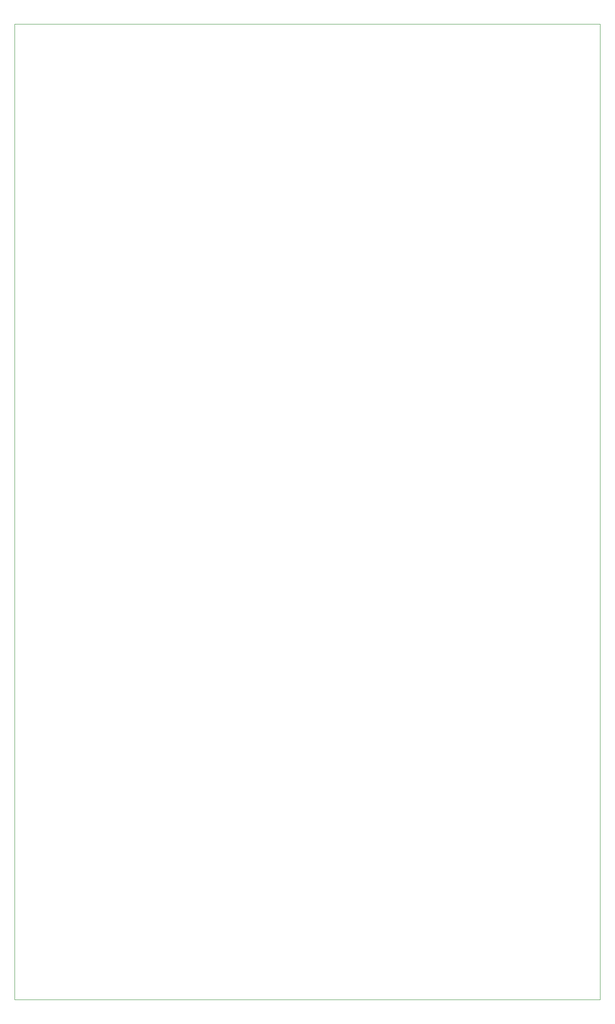
<source format=gbr>
%TF.GenerationSoftware,Altium Limited,Altium Designer,25.1.2 (22)*%
G04 Layer_Color=0*
%FSLAX45Y45*%
%MOMM*%
%TF.SameCoordinates,D79B5AB3-224C-49F1-A2DF-0649ED42BF64*%
%TF.FilePolarity,Positive*%
%TF.FileFunction,Profile,NP*%
%TF.Part,Single*%
G01*
G75*
%TA.AperFunction,Profile*%
%ADD73C,0.02540*%
D73*
X2794000Y2298700D02*
X14376401D01*
Y21564600D01*
X2794000D01*
Y2298700D01*
%TF.MD5,1e8696fd6749cf39b2bee8e667adefa4*%
M02*

</source>
